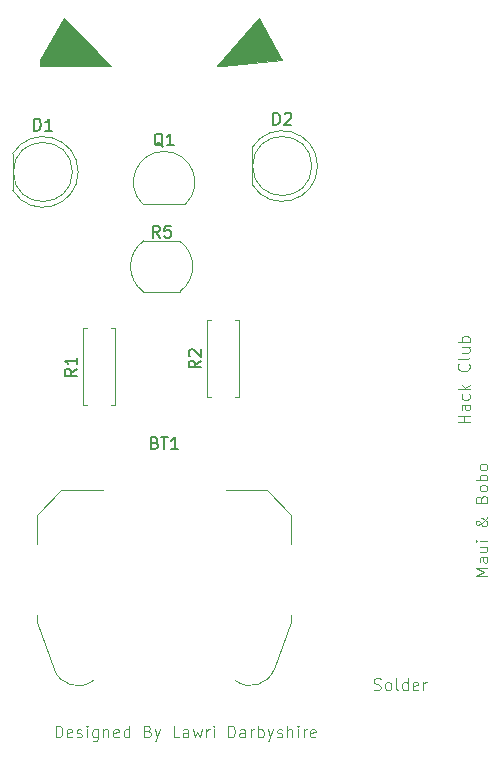
<source format=gbr>
%TF.GenerationSoftware,KiCad,Pcbnew,8.0.8*%
%TF.CreationDate,2025-06-13T17:00:40+01:00*%
%TF.ProjectId,AutoDiming_Keychain,4175746f-4469-46d6-996e-675f4b657963,rev?*%
%TF.SameCoordinates,Original*%
%TF.FileFunction,Legend,Top*%
%TF.FilePolarity,Positive*%
%FSLAX46Y46*%
G04 Gerber Fmt 4.6, Leading zero omitted, Abs format (unit mm)*
G04 Created by KiCad (PCBNEW 8.0.8) date 2025-06-13 17:00:40*
%MOMM*%
%LPD*%
G01*
G04 APERTURE LIST*
%ADD10C,0.100000*%
%ADD11C,0.150000*%
%ADD12C,0.120000*%
G04 APERTURE END LIST*
D10*
X45000000Y-33000000D02*
X39000000Y-33000000D01*
X39000000Y-32500000D01*
X41000000Y-29000000D01*
X45000000Y-33000000D01*
G36*
X45000000Y-33000000D02*
G01*
X39000000Y-33000000D01*
X39000000Y-32500000D01*
X41000000Y-29000000D01*
X45000000Y-33000000D01*
G37*
X59500000Y-32500000D02*
X54500000Y-33000000D01*
X54000000Y-33000000D01*
X57500000Y-29000000D01*
X59500000Y-32500000D01*
G36*
X59500000Y-32500000D02*
G01*
X54500000Y-33000000D01*
X54000000Y-33000000D01*
X57500000Y-29000000D01*
X59500000Y-32500000D01*
G37*
X67256265Y-85824800D02*
X67399122Y-85872419D01*
X67399122Y-85872419D02*
X67637217Y-85872419D01*
X67637217Y-85872419D02*
X67732455Y-85824800D01*
X67732455Y-85824800D02*
X67780074Y-85777180D01*
X67780074Y-85777180D02*
X67827693Y-85681942D01*
X67827693Y-85681942D02*
X67827693Y-85586704D01*
X67827693Y-85586704D02*
X67780074Y-85491466D01*
X67780074Y-85491466D02*
X67732455Y-85443847D01*
X67732455Y-85443847D02*
X67637217Y-85396228D01*
X67637217Y-85396228D02*
X67446741Y-85348609D01*
X67446741Y-85348609D02*
X67351503Y-85300990D01*
X67351503Y-85300990D02*
X67303884Y-85253371D01*
X67303884Y-85253371D02*
X67256265Y-85158133D01*
X67256265Y-85158133D02*
X67256265Y-85062895D01*
X67256265Y-85062895D02*
X67303884Y-84967657D01*
X67303884Y-84967657D02*
X67351503Y-84920038D01*
X67351503Y-84920038D02*
X67446741Y-84872419D01*
X67446741Y-84872419D02*
X67684836Y-84872419D01*
X67684836Y-84872419D02*
X67827693Y-84920038D01*
X68399122Y-85872419D02*
X68303884Y-85824800D01*
X68303884Y-85824800D02*
X68256265Y-85777180D01*
X68256265Y-85777180D02*
X68208646Y-85681942D01*
X68208646Y-85681942D02*
X68208646Y-85396228D01*
X68208646Y-85396228D02*
X68256265Y-85300990D01*
X68256265Y-85300990D02*
X68303884Y-85253371D01*
X68303884Y-85253371D02*
X68399122Y-85205752D01*
X68399122Y-85205752D02*
X68541979Y-85205752D01*
X68541979Y-85205752D02*
X68637217Y-85253371D01*
X68637217Y-85253371D02*
X68684836Y-85300990D01*
X68684836Y-85300990D02*
X68732455Y-85396228D01*
X68732455Y-85396228D02*
X68732455Y-85681942D01*
X68732455Y-85681942D02*
X68684836Y-85777180D01*
X68684836Y-85777180D02*
X68637217Y-85824800D01*
X68637217Y-85824800D02*
X68541979Y-85872419D01*
X68541979Y-85872419D02*
X68399122Y-85872419D01*
X69303884Y-85872419D02*
X69208646Y-85824800D01*
X69208646Y-85824800D02*
X69161027Y-85729561D01*
X69161027Y-85729561D02*
X69161027Y-84872419D01*
X70113408Y-85872419D02*
X70113408Y-84872419D01*
X70113408Y-85824800D02*
X70018170Y-85872419D01*
X70018170Y-85872419D02*
X69827694Y-85872419D01*
X69827694Y-85872419D02*
X69732456Y-85824800D01*
X69732456Y-85824800D02*
X69684837Y-85777180D01*
X69684837Y-85777180D02*
X69637218Y-85681942D01*
X69637218Y-85681942D02*
X69637218Y-85396228D01*
X69637218Y-85396228D02*
X69684837Y-85300990D01*
X69684837Y-85300990D02*
X69732456Y-85253371D01*
X69732456Y-85253371D02*
X69827694Y-85205752D01*
X69827694Y-85205752D02*
X70018170Y-85205752D01*
X70018170Y-85205752D02*
X70113408Y-85253371D01*
X70970551Y-85824800D02*
X70875313Y-85872419D01*
X70875313Y-85872419D02*
X70684837Y-85872419D01*
X70684837Y-85872419D02*
X70589599Y-85824800D01*
X70589599Y-85824800D02*
X70541980Y-85729561D01*
X70541980Y-85729561D02*
X70541980Y-85348609D01*
X70541980Y-85348609D02*
X70589599Y-85253371D01*
X70589599Y-85253371D02*
X70684837Y-85205752D01*
X70684837Y-85205752D02*
X70875313Y-85205752D01*
X70875313Y-85205752D02*
X70970551Y-85253371D01*
X70970551Y-85253371D02*
X71018170Y-85348609D01*
X71018170Y-85348609D02*
X71018170Y-85443847D01*
X71018170Y-85443847D02*
X70541980Y-85539085D01*
X71446742Y-85872419D02*
X71446742Y-85205752D01*
X71446742Y-85396228D02*
X71494361Y-85300990D01*
X71494361Y-85300990D02*
X71541980Y-85253371D01*
X71541980Y-85253371D02*
X71637218Y-85205752D01*
X71637218Y-85205752D02*
X71732456Y-85205752D01*
X76872419Y-76196115D02*
X75872419Y-76196115D01*
X75872419Y-76196115D02*
X76586704Y-75862782D01*
X76586704Y-75862782D02*
X75872419Y-75529449D01*
X75872419Y-75529449D02*
X76872419Y-75529449D01*
X76872419Y-74624687D02*
X76348609Y-74624687D01*
X76348609Y-74624687D02*
X76253371Y-74672306D01*
X76253371Y-74672306D02*
X76205752Y-74767544D01*
X76205752Y-74767544D02*
X76205752Y-74958020D01*
X76205752Y-74958020D02*
X76253371Y-75053258D01*
X76824800Y-74624687D02*
X76872419Y-74719925D01*
X76872419Y-74719925D02*
X76872419Y-74958020D01*
X76872419Y-74958020D02*
X76824800Y-75053258D01*
X76824800Y-75053258D02*
X76729561Y-75100877D01*
X76729561Y-75100877D02*
X76634323Y-75100877D01*
X76634323Y-75100877D02*
X76539085Y-75053258D01*
X76539085Y-75053258D02*
X76491466Y-74958020D01*
X76491466Y-74958020D02*
X76491466Y-74719925D01*
X76491466Y-74719925D02*
X76443847Y-74624687D01*
X76205752Y-73719925D02*
X76872419Y-73719925D01*
X76205752Y-74148496D02*
X76729561Y-74148496D01*
X76729561Y-74148496D02*
X76824800Y-74100877D01*
X76824800Y-74100877D02*
X76872419Y-74005639D01*
X76872419Y-74005639D02*
X76872419Y-73862782D01*
X76872419Y-73862782D02*
X76824800Y-73767544D01*
X76824800Y-73767544D02*
X76777180Y-73719925D01*
X76872419Y-73243734D02*
X76205752Y-73243734D01*
X75872419Y-73243734D02*
X75920038Y-73291353D01*
X75920038Y-73291353D02*
X75967657Y-73243734D01*
X75967657Y-73243734D02*
X75920038Y-73196115D01*
X75920038Y-73196115D02*
X75872419Y-73243734D01*
X75872419Y-73243734D02*
X75967657Y-73243734D01*
X76872419Y-71196115D02*
X76872419Y-71243735D01*
X76872419Y-71243735D02*
X76824800Y-71338973D01*
X76824800Y-71338973D02*
X76681942Y-71481830D01*
X76681942Y-71481830D02*
X76396228Y-71719925D01*
X76396228Y-71719925D02*
X76253371Y-71815163D01*
X76253371Y-71815163D02*
X76110514Y-71862782D01*
X76110514Y-71862782D02*
X76015276Y-71862782D01*
X76015276Y-71862782D02*
X75920038Y-71815163D01*
X75920038Y-71815163D02*
X75872419Y-71719925D01*
X75872419Y-71719925D02*
X75872419Y-71672306D01*
X75872419Y-71672306D02*
X75920038Y-71577068D01*
X75920038Y-71577068D02*
X76015276Y-71529449D01*
X76015276Y-71529449D02*
X76062895Y-71529449D01*
X76062895Y-71529449D02*
X76158133Y-71577068D01*
X76158133Y-71577068D02*
X76205752Y-71624687D01*
X76205752Y-71624687D02*
X76396228Y-71910401D01*
X76396228Y-71910401D02*
X76443847Y-71958020D01*
X76443847Y-71958020D02*
X76539085Y-72005639D01*
X76539085Y-72005639D02*
X76681942Y-72005639D01*
X76681942Y-72005639D02*
X76777180Y-71958020D01*
X76777180Y-71958020D02*
X76824800Y-71910401D01*
X76824800Y-71910401D02*
X76872419Y-71815163D01*
X76872419Y-71815163D02*
X76872419Y-71672306D01*
X76872419Y-71672306D02*
X76824800Y-71577068D01*
X76824800Y-71577068D02*
X76777180Y-71529449D01*
X76777180Y-71529449D02*
X76586704Y-71386592D01*
X76586704Y-71386592D02*
X76443847Y-71338973D01*
X76443847Y-71338973D02*
X76348609Y-71338973D01*
X76348609Y-69672306D02*
X76396228Y-69529449D01*
X76396228Y-69529449D02*
X76443847Y-69481830D01*
X76443847Y-69481830D02*
X76539085Y-69434211D01*
X76539085Y-69434211D02*
X76681942Y-69434211D01*
X76681942Y-69434211D02*
X76777180Y-69481830D01*
X76777180Y-69481830D02*
X76824800Y-69529449D01*
X76824800Y-69529449D02*
X76872419Y-69624687D01*
X76872419Y-69624687D02*
X76872419Y-70005639D01*
X76872419Y-70005639D02*
X75872419Y-70005639D01*
X75872419Y-70005639D02*
X75872419Y-69672306D01*
X75872419Y-69672306D02*
X75920038Y-69577068D01*
X75920038Y-69577068D02*
X75967657Y-69529449D01*
X75967657Y-69529449D02*
X76062895Y-69481830D01*
X76062895Y-69481830D02*
X76158133Y-69481830D01*
X76158133Y-69481830D02*
X76253371Y-69529449D01*
X76253371Y-69529449D02*
X76300990Y-69577068D01*
X76300990Y-69577068D02*
X76348609Y-69672306D01*
X76348609Y-69672306D02*
X76348609Y-70005639D01*
X76872419Y-68862782D02*
X76824800Y-68958020D01*
X76824800Y-68958020D02*
X76777180Y-69005639D01*
X76777180Y-69005639D02*
X76681942Y-69053258D01*
X76681942Y-69053258D02*
X76396228Y-69053258D01*
X76396228Y-69053258D02*
X76300990Y-69005639D01*
X76300990Y-69005639D02*
X76253371Y-68958020D01*
X76253371Y-68958020D02*
X76205752Y-68862782D01*
X76205752Y-68862782D02*
X76205752Y-68719925D01*
X76205752Y-68719925D02*
X76253371Y-68624687D01*
X76253371Y-68624687D02*
X76300990Y-68577068D01*
X76300990Y-68577068D02*
X76396228Y-68529449D01*
X76396228Y-68529449D02*
X76681942Y-68529449D01*
X76681942Y-68529449D02*
X76777180Y-68577068D01*
X76777180Y-68577068D02*
X76824800Y-68624687D01*
X76824800Y-68624687D02*
X76872419Y-68719925D01*
X76872419Y-68719925D02*
X76872419Y-68862782D01*
X76872419Y-68100877D02*
X75872419Y-68100877D01*
X76253371Y-68100877D02*
X76205752Y-68005639D01*
X76205752Y-68005639D02*
X76205752Y-67815163D01*
X76205752Y-67815163D02*
X76253371Y-67719925D01*
X76253371Y-67719925D02*
X76300990Y-67672306D01*
X76300990Y-67672306D02*
X76396228Y-67624687D01*
X76396228Y-67624687D02*
X76681942Y-67624687D01*
X76681942Y-67624687D02*
X76777180Y-67672306D01*
X76777180Y-67672306D02*
X76824800Y-67719925D01*
X76824800Y-67719925D02*
X76872419Y-67815163D01*
X76872419Y-67815163D02*
X76872419Y-68005639D01*
X76872419Y-68005639D02*
X76824800Y-68100877D01*
X76872419Y-67053258D02*
X76824800Y-67148496D01*
X76824800Y-67148496D02*
X76777180Y-67196115D01*
X76777180Y-67196115D02*
X76681942Y-67243734D01*
X76681942Y-67243734D02*
X76396228Y-67243734D01*
X76396228Y-67243734D02*
X76300990Y-67196115D01*
X76300990Y-67196115D02*
X76253371Y-67148496D01*
X76253371Y-67148496D02*
X76205752Y-67053258D01*
X76205752Y-67053258D02*
X76205752Y-66910401D01*
X76205752Y-66910401D02*
X76253371Y-66815163D01*
X76253371Y-66815163D02*
X76300990Y-66767544D01*
X76300990Y-66767544D02*
X76396228Y-66719925D01*
X76396228Y-66719925D02*
X76681942Y-66719925D01*
X76681942Y-66719925D02*
X76777180Y-66767544D01*
X76777180Y-66767544D02*
X76824800Y-66815163D01*
X76824800Y-66815163D02*
X76872419Y-66910401D01*
X76872419Y-66910401D02*
X76872419Y-67053258D01*
X75372419Y-63196115D02*
X74372419Y-63196115D01*
X74848609Y-63196115D02*
X74848609Y-62624687D01*
X75372419Y-62624687D02*
X74372419Y-62624687D01*
X75372419Y-61719925D02*
X74848609Y-61719925D01*
X74848609Y-61719925D02*
X74753371Y-61767544D01*
X74753371Y-61767544D02*
X74705752Y-61862782D01*
X74705752Y-61862782D02*
X74705752Y-62053258D01*
X74705752Y-62053258D02*
X74753371Y-62148496D01*
X75324800Y-61719925D02*
X75372419Y-61815163D01*
X75372419Y-61815163D02*
X75372419Y-62053258D01*
X75372419Y-62053258D02*
X75324800Y-62148496D01*
X75324800Y-62148496D02*
X75229561Y-62196115D01*
X75229561Y-62196115D02*
X75134323Y-62196115D01*
X75134323Y-62196115D02*
X75039085Y-62148496D01*
X75039085Y-62148496D02*
X74991466Y-62053258D01*
X74991466Y-62053258D02*
X74991466Y-61815163D01*
X74991466Y-61815163D02*
X74943847Y-61719925D01*
X75324800Y-60815163D02*
X75372419Y-60910401D01*
X75372419Y-60910401D02*
X75372419Y-61100877D01*
X75372419Y-61100877D02*
X75324800Y-61196115D01*
X75324800Y-61196115D02*
X75277180Y-61243734D01*
X75277180Y-61243734D02*
X75181942Y-61291353D01*
X75181942Y-61291353D02*
X74896228Y-61291353D01*
X74896228Y-61291353D02*
X74800990Y-61243734D01*
X74800990Y-61243734D02*
X74753371Y-61196115D01*
X74753371Y-61196115D02*
X74705752Y-61100877D01*
X74705752Y-61100877D02*
X74705752Y-60910401D01*
X74705752Y-60910401D02*
X74753371Y-60815163D01*
X75372419Y-60386591D02*
X74372419Y-60386591D01*
X74991466Y-60291353D02*
X75372419Y-60005639D01*
X74705752Y-60005639D02*
X75086704Y-60386591D01*
X75277180Y-58243734D02*
X75324800Y-58291353D01*
X75324800Y-58291353D02*
X75372419Y-58434210D01*
X75372419Y-58434210D02*
X75372419Y-58529448D01*
X75372419Y-58529448D02*
X75324800Y-58672305D01*
X75324800Y-58672305D02*
X75229561Y-58767543D01*
X75229561Y-58767543D02*
X75134323Y-58815162D01*
X75134323Y-58815162D02*
X74943847Y-58862781D01*
X74943847Y-58862781D02*
X74800990Y-58862781D01*
X74800990Y-58862781D02*
X74610514Y-58815162D01*
X74610514Y-58815162D02*
X74515276Y-58767543D01*
X74515276Y-58767543D02*
X74420038Y-58672305D01*
X74420038Y-58672305D02*
X74372419Y-58529448D01*
X74372419Y-58529448D02*
X74372419Y-58434210D01*
X74372419Y-58434210D02*
X74420038Y-58291353D01*
X74420038Y-58291353D02*
X74467657Y-58243734D01*
X75372419Y-57672305D02*
X75324800Y-57767543D01*
X75324800Y-57767543D02*
X75229561Y-57815162D01*
X75229561Y-57815162D02*
X74372419Y-57815162D01*
X74705752Y-56862781D02*
X75372419Y-56862781D01*
X74705752Y-57291352D02*
X75229561Y-57291352D01*
X75229561Y-57291352D02*
X75324800Y-57243733D01*
X75324800Y-57243733D02*
X75372419Y-57148495D01*
X75372419Y-57148495D02*
X75372419Y-57005638D01*
X75372419Y-57005638D02*
X75324800Y-56910400D01*
X75324800Y-56910400D02*
X75277180Y-56862781D01*
X75372419Y-56386590D02*
X74372419Y-56386590D01*
X74753371Y-56386590D02*
X74705752Y-56291352D01*
X74705752Y-56291352D02*
X74705752Y-56100876D01*
X74705752Y-56100876D02*
X74753371Y-56005638D01*
X74753371Y-56005638D02*
X74800990Y-55958019D01*
X74800990Y-55958019D02*
X74896228Y-55910400D01*
X74896228Y-55910400D02*
X75181942Y-55910400D01*
X75181942Y-55910400D02*
X75277180Y-55958019D01*
X75277180Y-55958019D02*
X75324800Y-56005638D01*
X75324800Y-56005638D02*
X75372419Y-56100876D01*
X75372419Y-56100876D02*
X75372419Y-56291352D01*
X75372419Y-56291352D02*
X75324800Y-56386590D01*
X40303884Y-89872419D02*
X40303884Y-88872419D01*
X40303884Y-88872419D02*
X40541979Y-88872419D01*
X40541979Y-88872419D02*
X40684836Y-88920038D01*
X40684836Y-88920038D02*
X40780074Y-89015276D01*
X40780074Y-89015276D02*
X40827693Y-89110514D01*
X40827693Y-89110514D02*
X40875312Y-89300990D01*
X40875312Y-89300990D02*
X40875312Y-89443847D01*
X40875312Y-89443847D02*
X40827693Y-89634323D01*
X40827693Y-89634323D02*
X40780074Y-89729561D01*
X40780074Y-89729561D02*
X40684836Y-89824800D01*
X40684836Y-89824800D02*
X40541979Y-89872419D01*
X40541979Y-89872419D02*
X40303884Y-89872419D01*
X41684836Y-89824800D02*
X41589598Y-89872419D01*
X41589598Y-89872419D02*
X41399122Y-89872419D01*
X41399122Y-89872419D02*
X41303884Y-89824800D01*
X41303884Y-89824800D02*
X41256265Y-89729561D01*
X41256265Y-89729561D02*
X41256265Y-89348609D01*
X41256265Y-89348609D02*
X41303884Y-89253371D01*
X41303884Y-89253371D02*
X41399122Y-89205752D01*
X41399122Y-89205752D02*
X41589598Y-89205752D01*
X41589598Y-89205752D02*
X41684836Y-89253371D01*
X41684836Y-89253371D02*
X41732455Y-89348609D01*
X41732455Y-89348609D02*
X41732455Y-89443847D01*
X41732455Y-89443847D02*
X41256265Y-89539085D01*
X42113408Y-89824800D02*
X42208646Y-89872419D01*
X42208646Y-89872419D02*
X42399122Y-89872419D01*
X42399122Y-89872419D02*
X42494360Y-89824800D01*
X42494360Y-89824800D02*
X42541979Y-89729561D01*
X42541979Y-89729561D02*
X42541979Y-89681942D01*
X42541979Y-89681942D02*
X42494360Y-89586704D01*
X42494360Y-89586704D02*
X42399122Y-89539085D01*
X42399122Y-89539085D02*
X42256265Y-89539085D01*
X42256265Y-89539085D02*
X42161027Y-89491466D01*
X42161027Y-89491466D02*
X42113408Y-89396228D01*
X42113408Y-89396228D02*
X42113408Y-89348609D01*
X42113408Y-89348609D02*
X42161027Y-89253371D01*
X42161027Y-89253371D02*
X42256265Y-89205752D01*
X42256265Y-89205752D02*
X42399122Y-89205752D01*
X42399122Y-89205752D02*
X42494360Y-89253371D01*
X42970551Y-89872419D02*
X42970551Y-89205752D01*
X42970551Y-88872419D02*
X42922932Y-88920038D01*
X42922932Y-88920038D02*
X42970551Y-88967657D01*
X42970551Y-88967657D02*
X43018170Y-88920038D01*
X43018170Y-88920038D02*
X42970551Y-88872419D01*
X42970551Y-88872419D02*
X42970551Y-88967657D01*
X43875312Y-89205752D02*
X43875312Y-90015276D01*
X43875312Y-90015276D02*
X43827693Y-90110514D01*
X43827693Y-90110514D02*
X43780074Y-90158133D01*
X43780074Y-90158133D02*
X43684836Y-90205752D01*
X43684836Y-90205752D02*
X43541979Y-90205752D01*
X43541979Y-90205752D02*
X43446741Y-90158133D01*
X43875312Y-89824800D02*
X43780074Y-89872419D01*
X43780074Y-89872419D02*
X43589598Y-89872419D01*
X43589598Y-89872419D02*
X43494360Y-89824800D01*
X43494360Y-89824800D02*
X43446741Y-89777180D01*
X43446741Y-89777180D02*
X43399122Y-89681942D01*
X43399122Y-89681942D02*
X43399122Y-89396228D01*
X43399122Y-89396228D02*
X43446741Y-89300990D01*
X43446741Y-89300990D02*
X43494360Y-89253371D01*
X43494360Y-89253371D02*
X43589598Y-89205752D01*
X43589598Y-89205752D02*
X43780074Y-89205752D01*
X43780074Y-89205752D02*
X43875312Y-89253371D01*
X44351503Y-89205752D02*
X44351503Y-89872419D01*
X44351503Y-89300990D02*
X44399122Y-89253371D01*
X44399122Y-89253371D02*
X44494360Y-89205752D01*
X44494360Y-89205752D02*
X44637217Y-89205752D01*
X44637217Y-89205752D02*
X44732455Y-89253371D01*
X44732455Y-89253371D02*
X44780074Y-89348609D01*
X44780074Y-89348609D02*
X44780074Y-89872419D01*
X45637217Y-89824800D02*
X45541979Y-89872419D01*
X45541979Y-89872419D02*
X45351503Y-89872419D01*
X45351503Y-89872419D02*
X45256265Y-89824800D01*
X45256265Y-89824800D02*
X45208646Y-89729561D01*
X45208646Y-89729561D02*
X45208646Y-89348609D01*
X45208646Y-89348609D02*
X45256265Y-89253371D01*
X45256265Y-89253371D02*
X45351503Y-89205752D01*
X45351503Y-89205752D02*
X45541979Y-89205752D01*
X45541979Y-89205752D02*
X45637217Y-89253371D01*
X45637217Y-89253371D02*
X45684836Y-89348609D01*
X45684836Y-89348609D02*
X45684836Y-89443847D01*
X45684836Y-89443847D02*
X45208646Y-89539085D01*
X46541979Y-89872419D02*
X46541979Y-88872419D01*
X46541979Y-89824800D02*
X46446741Y-89872419D01*
X46446741Y-89872419D02*
X46256265Y-89872419D01*
X46256265Y-89872419D02*
X46161027Y-89824800D01*
X46161027Y-89824800D02*
X46113408Y-89777180D01*
X46113408Y-89777180D02*
X46065789Y-89681942D01*
X46065789Y-89681942D02*
X46065789Y-89396228D01*
X46065789Y-89396228D02*
X46113408Y-89300990D01*
X46113408Y-89300990D02*
X46161027Y-89253371D01*
X46161027Y-89253371D02*
X46256265Y-89205752D01*
X46256265Y-89205752D02*
X46446741Y-89205752D01*
X46446741Y-89205752D02*
X46541979Y-89253371D01*
X48113408Y-89348609D02*
X48256265Y-89396228D01*
X48256265Y-89396228D02*
X48303884Y-89443847D01*
X48303884Y-89443847D02*
X48351503Y-89539085D01*
X48351503Y-89539085D02*
X48351503Y-89681942D01*
X48351503Y-89681942D02*
X48303884Y-89777180D01*
X48303884Y-89777180D02*
X48256265Y-89824800D01*
X48256265Y-89824800D02*
X48161027Y-89872419D01*
X48161027Y-89872419D02*
X47780075Y-89872419D01*
X47780075Y-89872419D02*
X47780075Y-88872419D01*
X47780075Y-88872419D02*
X48113408Y-88872419D01*
X48113408Y-88872419D02*
X48208646Y-88920038D01*
X48208646Y-88920038D02*
X48256265Y-88967657D01*
X48256265Y-88967657D02*
X48303884Y-89062895D01*
X48303884Y-89062895D02*
X48303884Y-89158133D01*
X48303884Y-89158133D02*
X48256265Y-89253371D01*
X48256265Y-89253371D02*
X48208646Y-89300990D01*
X48208646Y-89300990D02*
X48113408Y-89348609D01*
X48113408Y-89348609D02*
X47780075Y-89348609D01*
X48684837Y-89205752D02*
X48922932Y-89872419D01*
X49161027Y-89205752D02*
X48922932Y-89872419D01*
X48922932Y-89872419D02*
X48827694Y-90110514D01*
X48827694Y-90110514D02*
X48780075Y-90158133D01*
X48780075Y-90158133D02*
X48684837Y-90205752D01*
X50780075Y-89872419D02*
X50303885Y-89872419D01*
X50303885Y-89872419D02*
X50303885Y-88872419D01*
X51541980Y-89872419D02*
X51541980Y-89348609D01*
X51541980Y-89348609D02*
X51494361Y-89253371D01*
X51494361Y-89253371D02*
X51399123Y-89205752D01*
X51399123Y-89205752D02*
X51208647Y-89205752D01*
X51208647Y-89205752D02*
X51113409Y-89253371D01*
X51541980Y-89824800D02*
X51446742Y-89872419D01*
X51446742Y-89872419D02*
X51208647Y-89872419D01*
X51208647Y-89872419D02*
X51113409Y-89824800D01*
X51113409Y-89824800D02*
X51065790Y-89729561D01*
X51065790Y-89729561D02*
X51065790Y-89634323D01*
X51065790Y-89634323D02*
X51113409Y-89539085D01*
X51113409Y-89539085D02*
X51208647Y-89491466D01*
X51208647Y-89491466D02*
X51446742Y-89491466D01*
X51446742Y-89491466D02*
X51541980Y-89443847D01*
X51922933Y-89205752D02*
X52113409Y-89872419D01*
X52113409Y-89872419D02*
X52303885Y-89396228D01*
X52303885Y-89396228D02*
X52494361Y-89872419D01*
X52494361Y-89872419D02*
X52684837Y-89205752D01*
X53065790Y-89872419D02*
X53065790Y-89205752D01*
X53065790Y-89396228D02*
X53113409Y-89300990D01*
X53113409Y-89300990D02*
X53161028Y-89253371D01*
X53161028Y-89253371D02*
X53256266Y-89205752D01*
X53256266Y-89205752D02*
X53351504Y-89205752D01*
X53684838Y-89872419D02*
X53684838Y-89205752D01*
X53684838Y-88872419D02*
X53637219Y-88920038D01*
X53637219Y-88920038D02*
X53684838Y-88967657D01*
X53684838Y-88967657D02*
X53732457Y-88920038D01*
X53732457Y-88920038D02*
X53684838Y-88872419D01*
X53684838Y-88872419D02*
X53684838Y-88967657D01*
X54922933Y-89872419D02*
X54922933Y-88872419D01*
X54922933Y-88872419D02*
X55161028Y-88872419D01*
X55161028Y-88872419D02*
X55303885Y-88920038D01*
X55303885Y-88920038D02*
X55399123Y-89015276D01*
X55399123Y-89015276D02*
X55446742Y-89110514D01*
X55446742Y-89110514D02*
X55494361Y-89300990D01*
X55494361Y-89300990D02*
X55494361Y-89443847D01*
X55494361Y-89443847D02*
X55446742Y-89634323D01*
X55446742Y-89634323D02*
X55399123Y-89729561D01*
X55399123Y-89729561D02*
X55303885Y-89824800D01*
X55303885Y-89824800D02*
X55161028Y-89872419D01*
X55161028Y-89872419D02*
X54922933Y-89872419D01*
X56351504Y-89872419D02*
X56351504Y-89348609D01*
X56351504Y-89348609D02*
X56303885Y-89253371D01*
X56303885Y-89253371D02*
X56208647Y-89205752D01*
X56208647Y-89205752D02*
X56018171Y-89205752D01*
X56018171Y-89205752D02*
X55922933Y-89253371D01*
X56351504Y-89824800D02*
X56256266Y-89872419D01*
X56256266Y-89872419D02*
X56018171Y-89872419D01*
X56018171Y-89872419D02*
X55922933Y-89824800D01*
X55922933Y-89824800D02*
X55875314Y-89729561D01*
X55875314Y-89729561D02*
X55875314Y-89634323D01*
X55875314Y-89634323D02*
X55922933Y-89539085D01*
X55922933Y-89539085D02*
X56018171Y-89491466D01*
X56018171Y-89491466D02*
X56256266Y-89491466D01*
X56256266Y-89491466D02*
X56351504Y-89443847D01*
X56827695Y-89872419D02*
X56827695Y-89205752D01*
X56827695Y-89396228D02*
X56875314Y-89300990D01*
X56875314Y-89300990D02*
X56922933Y-89253371D01*
X56922933Y-89253371D02*
X57018171Y-89205752D01*
X57018171Y-89205752D02*
X57113409Y-89205752D01*
X57446743Y-89872419D02*
X57446743Y-88872419D01*
X57446743Y-89253371D02*
X57541981Y-89205752D01*
X57541981Y-89205752D02*
X57732457Y-89205752D01*
X57732457Y-89205752D02*
X57827695Y-89253371D01*
X57827695Y-89253371D02*
X57875314Y-89300990D01*
X57875314Y-89300990D02*
X57922933Y-89396228D01*
X57922933Y-89396228D02*
X57922933Y-89681942D01*
X57922933Y-89681942D02*
X57875314Y-89777180D01*
X57875314Y-89777180D02*
X57827695Y-89824800D01*
X57827695Y-89824800D02*
X57732457Y-89872419D01*
X57732457Y-89872419D02*
X57541981Y-89872419D01*
X57541981Y-89872419D02*
X57446743Y-89824800D01*
X58256267Y-89205752D02*
X58494362Y-89872419D01*
X58732457Y-89205752D02*
X58494362Y-89872419D01*
X58494362Y-89872419D02*
X58399124Y-90110514D01*
X58399124Y-90110514D02*
X58351505Y-90158133D01*
X58351505Y-90158133D02*
X58256267Y-90205752D01*
X59065791Y-89824800D02*
X59161029Y-89872419D01*
X59161029Y-89872419D02*
X59351505Y-89872419D01*
X59351505Y-89872419D02*
X59446743Y-89824800D01*
X59446743Y-89824800D02*
X59494362Y-89729561D01*
X59494362Y-89729561D02*
X59494362Y-89681942D01*
X59494362Y-89681942D02*
X59446743Y-89586704D01*
X59446743Y-89586704D02*
X59351505Y-89539085D01*
X59351505Y-89539085D02*
X59208648Y-89539085D01*
X59208648Y-89539085D02*
X59113410Y-89491466D01*
X59113410Y-89491466D02*
X59065791Y-89396228D01*
X59065791Y-89396228D02*
X59065791Y-89348609D01*
X59065791Y-89348609D02*
X59113410Y-89253371D01*
X59113410Y-89253371D02*
X59208648Y-89205752D01*
X59208648Y-89205752D02*
X59351505Y-89205752D01*
X59351505Y-89205752D02*
X59446743Y-89253371D01*
X59922934Y-89872419D02*
X59922934Y-88872419D01*
X60351505Y-89872419D02*
X60351505Y-89348609D01*
X60351505Y-89348609D02*
X60303886Y-89253371D01*
X60303886Y-89253371D02*
X60208648Y-89205752D01*
X60208648Y-89205752D02*
X60065791Y-89205752D01*
X60065791Y-89205752D02*
X59970553Y-89253371D01*
X59970553Y-89253371D02*
X59922934Y-89300990D01*
X60827696Y-89872419D02*
X60827696Y-89205752D01*
X60827696Y-88872419D02*
X60780077Y-88920038D01*
X60780077Y-88920038D02*
X60827696Y-88967657D01*
X60827696Y-88967657D02*
X60875315Y-88920038D01*
X60875315Y-88920038D02*
X60827696Y-88872419D01*
X60827696Y-88872419D02*
X60827696Y-88967657D01*
X61303886Y-89872419D02*
X61303886Y-89205752D01*
X61303886Y-89396228D02*
X61351505Y-89300990D01*
X61351505Y-89300990D02*
X61399124Y-89253371D01*
X61399124Y-89253371D02*
X61494362Y-89205752D01*
X61494362Y-89205752D02*
X61589600Y-89205752D01*
X62303886Y-89824800D02*
X62208648Y-89872419D01*
X62208648Y-89872419D02*
X62018172Y-89872419D01*
X62018172Y-89872419D02*
X61922934Y-89824800D01*
X61922934Y-89824800D02*
X61875315Y-89729561D01*
X61875315Y-89729561D02*
X61875315Y-89348609D01*
X61875315Y-89348609D02*
X61922934Y-89253371D01*
X61922934Y-89253371D02*
X62018172Y-89205752D01*
X62018172Y-89205752D02*
X62208648Y-89205752D01*
X62208648Y-89205752D02*
X62303886Y-89253371D01*
X62303886Y-89253371D02*
X62351505Y-89348609D01*
X62351505Y-89348609D02*
X62351505Y-89443847D01*
X62351505Y-89443847D02*
X61875315Y-89539085D01*
D11*
X49133333Y-47554819D02*
X48800000Y-47078628D01*
X48561905Y-47554819D02*
X48561905Y-46554819D01*
X48561905Y-46554819D02*
X48942857Y-46554819D01*
X48942857Y-46554819D02*
X49038095Y-46602438D01*
X49038095Y-46602438D02*
X49085714Y-46650057D01*
X49085714Y-46650057D02*
X49133333Y-46745295D01*
X49133333Y-46745295D02*
X49133333Y-46888152D01*
X49133333Y-46888152D02*
X49085714Y-46983390D01*
X49085714Y-46983390D02*
X49038095Y-47031009D01*
X49038095Y-47031009D02*
X48942857Y-47078628D01*
X48942857Y-47078628D02*
X48561905Y-47078628D01*
X50038095Y-46554819D02*
X49561905Y-46554819D01*
X49561905Y-46554819D02*
X49514286Y-47031009D01*
X49514286Y-47031009D02*
X49561905Y-46983390D01*
X49561905Y-46983390D02*
X49657143Y-46935771D01*
X49657143Y-46935771D02*
X49895238Y-46935771D01*
X49895238Y-46935771D02*
X49990476Y-46983390D01*
X49990476Y-46983390D02*
X50038095Y-47031009D01*
X50038095Y-47031009D02*
X50085714Y-47126247D01*
X50085714Y-47126247D02*
X50085714Y-47364342D01*
X50085714Y-47364342D02*
X50038095Y-47459580D01*
X50038095Y-47459580D02*
X49990476Y-47507200D01*
X49990476Y-47507200D02*
X49895238Y-47554819D01*
X49895238Y-47554819D02*
X49657143Y-47554819D01*
X49657143Y-47554819D02*
X49561905Y-47507200D01*
X49561905Y-47507200D02*
X49514286Y-47459580D01*
X48714285Y-64931009D02*
X48857142Y-64978628D01*
X48857142Y-64978628D02*
X48904761Y-65026247D01*
X48904761Y-65026247D02*
X48952380Y-65121485D01*
X48952380Y-65121485D02*
X48952380Y-65264342D01*
X48952380Y-65264342D02*
X48904761Y-65359580D01*
X48904761Y-65359580D02*
X48857142Y-65407200D01*
X48857142Y-65407200D02*
X48761904Y-65454819D01*
X48761904Y-65454819D02*
X48380952Y-65454819D01*
X48380952Y-65454819D02*
X48380952Y-64454819D01*
X48380952Y-64454819D02*
X48714285Y-64454819D01*
X48714285Y-64454819D02*
X48809523Y-64502438D01*
X48809523Y-64502438D02*
X48857142Y-64550057D01*
X48857142Y-64550057D02*
X48904761Y-64645295D01*
X48904761Y-64645295D02*
X48904761Y-64740533D01*
X48904761Y-64740533D02*
X48857142Y-64835771D01*
X48857142Y-64835771D02*
X48809523Y-64883390D01*
X48809523Y-64883390D02*
X48714285Y-64931009D01*
X48714285Y-64931009D02*
X48380952Y-64931009D01*
X49238095Y-64454819D02*
X49809523Y-64454819D01*
X49523809Y-65454819D02*
X49523809Y-64454819D01*
X50666666Y-65454819D02*
X50095238Y-65454819D01*
X50380952Y-65454819D02*
X50380952Y-64454819D01*
X50380952Y-64454819D02*
X50285714Y-64597676D01*
X50285714Y-64597676D02*
X50190476Y-64692914D01*
X50190476Y-64692914D02*
X50095238Y-64740533D01*
X58756905Y-37994819D02*
X58756905Y-36994819D01*
X58756905Y-36994819D02*
X58995000Y-36994819D01*
X58995000Y-36994819D02*
X59137857Y-37042438D01*
X59137857Y-37042438D02*
X59233095Y-37137676D01*
X59233095Y-37137676D02*
X59280714Y-37232914D01*
X59280714Y-37232914D02*
X59328333Y-37423390D01*
X59328333Y-37423390D02*
X59328333Y-37566247D01*
X59328333Y-37566247D02*
X59280714Y-37756723D01*
X59280714Y-37756723D02*
X59233095Y-37851961D01*
X59233095Y-37851961D02*
X59137857Y-37947200D01*
X59137857Y-37947200D02*
X58995000Y-37994819D01*
X58995000Y-37994819D02*
X58756905Y-37994819D01*
X59709286Y-37090057D02*
X59756905Y-37042438D01*
X59756905Y-37042438D02*
X59852143Y-36994819D01*
X59852143Y-36994819D02*
X60090238Y-36994819D01*
X60090238Y-36994819D02*
X60185476Y-37042438D01*
X60185476Y-37042438D02*
X60233095Y-37090057D01*
X60233095Y-37090057D02*
X60280714Y-37185295D01*
X60280714Y-37185295D02*
X60280714Y-37280533D01*
X60280714Y-37280533D02*
X60233095Y-37423390D01*
X60233095Y-37423390D02*
X59661667Y-37994819D01*
X59661667Y-37994819D02*
X60280714Y-37994819D01*
X52584819Y-57976666D02*
X52108628Y-58309999D01*
X52584819Y-58548094D02*
X51584819Y-58548094D01*
X51584819Y-58548094D02*
X51584819Y-58167142D01*
X51584819Y-58167142D02*
X51632438Y-58071904D01*
X51632438Y-58071904D02*
X51680057Y-58024285D01*
X51680057Y-58024285D02*
X51775295Y-57976666D01*
X51775295Y-57976666D02*
X51918152Y-57976666D01*
X51918152Y-57976666D02*
X52013390Y-58024285D01*
X52013390Y-58024285D02*
X52061009Y-58071904D01*
X52061009Y-58071904D02*
X52108628Y-58167142D01*
X52108628Y-58167142D02*
X52108628Y-58548094D01*
X51680057Y-57595713D02*
X51632438Y-57548094D01*
X51632438Y-57548094D02*
X51584819Y-57452856D01*
X51584819Y-57452856D02*
X51584819Y-57214761D01*
X51584819Y-57214761D02*
X51632438Y-57119523D01*
X51632438Y-57119523D02*
X51680057Y-57071904D01*
X51680057Y-57071904D02*
X51775295Y-57024285D01*
X51775295Y-57024285D02*
X51870533Y-57024285D01*
X51870533Y-57024285D02*
X52013390Y-57071904D01*
X52013390Y-57071904D02*
X52584819Y-57643332D01*
X52584819Y-57643332D02*
X52584819Y-57024285D01*
X49404761Y-39850057D02*
X49309523Y-39802438D01*
X49309523Y-39802438D02*
X49214285Y-39707200D01*
X49214285Y-39707200D02*
X49071428Y-39564342D01*
X49071428Y-39564342D02*
X48976190Y-39516723D01*
X48976190Y-39516723D02*
X48880952Y-39516723D01*
X48928571Y-39754819D02*
X48833333Y-39707200D01*
X48833333Y-39707200D02*
X48738095Y-39611961D01*
X48738095Y-39611961D02*
X48690476Y-39421485D01*
X48690476Y-39421485D02*
X48690476Y-39088152D01*
X48690476Y-39088152D02*
X48738095Y-38897676D01*
X48738095Y-38897676D02*
X48833333Y-38802438D01*
X48833333Y-38802438D02*
X48928571Y-38754819D01*
X48928571Y-38754819D02*
X49119047Y-38754819D01*
X49119047Y-38754819D02*
X49214285Y-38802438D01*
X49214285Y-38802438D02*
X49309523Y-38897676D01*
X49309523Y-38897676D02*
X49357142Y-39088152D01*
X49357142Y-39088152D02*
X49357142Y-39421485D01*
X49357142Y-39421485D02*
X49309523Y-39611961D01*
X49309523Y-39611961D02*
X49214285Y-39707200D01*
X49214285Y-39707200D02*
X49119047Y-39754819D01*
X49119047Y-39754819D02*
X48928571Y-39754819D01*
X50309523Y-39754819D02*
X49738095Y-39754819D01*
X50023809Y-39754819D02*
X50023809Y-38754819D01*
X50023809Y-38754819D02*
X49928571Y-38897676D01*
X49928571Y-38897676D02*
X49833333Y-38992914D01*
X49833333Y-38992914D02*
X49738095Y-39040533D01*
X38491905Y-38494819D02*
X38491905Y-37494819D01*
X38491905Y-37494819D02*
X38730000Y-37494819D01*
X38730000Y-37494819D02*
X38872857Y-37542438D01*
X38872857Y-37542438D02*
X38968095Y-37637676D01*
X38968095Y-37637676D02*
X39015714Y-37732914D01*
X39015714Y-37732914D02*
X39063333Y-37923390D01*
X39063333Y-37923390D02*
X39063333Y-38066247D01*
X39063333Y-38066247D02*
X39015714Y-38256723D01*
X39015714Y-38256723D02*
X38968095Y-38351961D01*
X38968095Y-38351961D02*
X38872857Y-38447200D01*
X38872857Y-38447200D02*
X38730000Y-38494819D01*
X38730000Y-38494819D02*
X38491905Y-38494819D01*
X40015714Y-38494819D02*
X39444286Y-38494819D01*
X39730000Y-38494819D02*
X39730000Y-37494819D01*
X39730000Y-37494819D02*
X39634762Y-37637676D01*
X39634762Y-37637676D02*
X39539524Y-37732914D01*
X39539524Y-37732914D02*
X39444286Y-37780533D01*
X42084819Y-58666666D02*
X41608628Y-58999999D01*
X42084819Y-59238094D02*
X41084819Y-59238094D01*
X41084819Y-59238094D02*
X41084819Y-58857142D01*
X41084819Y-58857142D02*
X41132438Y-58761904D01*
X41132438Y-58761904D02*
X41180057Y-58714285D01*
X41180057Y-58714285D02*
X41275295Y-58666666D01*
X41275295Y-58666666D02*
X41418152Y-58666666D01*
X41418152Y-58666666D02*
X41513390Y-58714285D01*
X41513390Y-58714285D02*
X41561009Y-58761904D01*
X41561009Y-58761904D02*
X41608628Y-58857142D01*
X41608628Y-58857142D02*
X41608628Y-59238094D01*
X42084819Y-57714285D02*
X42084819Y-58285713D01*
X42084819Y-57999999D02*
X41084819Y-57999999D01*
X41084819Y-57999999D02*
X41227676Y-58095237D01*
X41227676Y-58095237D02*
X41322914Y-58190475D01*
X41322914Y-58190475D02*
X41370533Y-58285713D01*
D12*
%TO.C,R5*%
X47750000Y-47850000D02*
X50800000Y-47850000D01*
X47750000Y-52150000D02*
X50800000Y-52150000D01*
X47750000Y-52150000D02*
G75*
G02*
X47771766Y-47834475I1550000J2150000D01*
G01*
X50800000Y-47850000D02*
G75*
G02*
X50844513Y-52118249I-1500000J-2150000D01*
G01*
%TO.C,BT1*%
X38720000Y-71040000D02*
X38720000Y-73500000D01*
X38720000Y-79500000D02*
X38720000Y-80130000D01*
X38720000Y-80130000D02*
X40160000Y-84080000D01*
X40800000Y-68960000D02*
X38720000Y-71040000D01*
X44300000Y-68960000D02*
X40800000Y-68960000D01*
X58200000Y-68960000D02*
X54700000Y-68960000D01*
X58200000Y-68960000D02*
X60280000Y-71040000D01*
X60280000Y-71040000D02*
X60280000Y-73500000D01*
X60280000Y-79500000D02*
X60280000Y-80130000D01*
X60280000Y-80130000D02*
X58840000Y-84080000D01*
X43496646Y-85066530D02*
G75*
G02*
X40160000Y-84080000I-1306646J1716531D01*
G01*
X58825243Y-84088169D02*
G75*
G02*
X55500000Y-85050000I-2015243J738169D01*
G01*
%TO.C,D2*%
X56935000Y-39955000D02*
X56935000Y-43045000D01*
X56935000Y-39955170D02*
G75*
G02*
X62485000Y-41499952I2560000J-1544830D01*
G01*
X62485000Y-41500048D02*
G75*
G02*
X56935000Y-43044830I-2990000J48D01*
G01*
X61995000Y-41500000D02*
G75*
G02*
X56995000Y-41500000I-2500000J0D01*
G01*
X56995000Y-41500000D02*
G75*
G02*
X61995000Y-41500000I2500000J0D01*
G01*
%TO.C,R2*%
X53130000Y-54540000D02*
X53460000Y-54540000D01*
X53130000Y-61080000D02*
X53130000Y-54540000D01*
X53460000Y-61080000D02*
X53130000Y-61080000D01*
X55540000Y-61080000D02*
X55870000Y-61080000D01*
X55870000Y-54540000D02*
X55540000Y-54540000D01*
X55870000Y-61080000D02*
X55870000Y-54540000D01*
%TO.C,Q1*%
X47700000Y-44710000D02*
X51300000Y-44710000D01*
X47661522Y-44698478D02*
G75*
G02*
X49500000Y-40259999I1838478J1838478D01*
G01*
X49500000Y-40260000D02*
G75*
G02*
X51338478Y-44698478I0J-2600000D01*
G01*
%TO.C,D1*%
X36670000Y-40455000D02*
X36670000Y-43545000D01*
X36670000Y-40455170D02*
G75*
G02*
X42220000Y-41999952I2560000J-1544830D01*
G01*
X42220000Y-42000048D02*
G75*
G02*
X36670000Y-43544830I-2990000J48D01*
G01*
X41730000Y-42000000D02*
G75*
G02*
X36730000Y-42000000I-2500000J0D01*
G01*
X36730000Y-42000000D02*
G75*
G02*
X41730000Y-42000000I2500000J0D01*
G01*
%TO.C,R1*%
X42630000Y-55230000D02*
X42960000Y-55230000D01*
X42630000Y-61770000D02*
X42630000Y-55230000D01*
X42960000Y-61770000D02*
X42630000Y-61770000D01*
X45040000Y-61770000D02*
X45370000Y-61770000D01*
X45370000Y-55230000D02*
X45040000Y-55230000D01*
X45370000Y-61770000D02*
X45370000Y-55230000D01*
%TD*%
M02*

</source>
